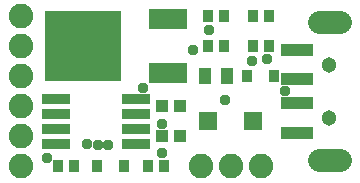
<source format=gbr>
G04 EAGLE Gerber RS-274X export*
G75*
%MOMM*%
%FSLAX34Y34*%
%LPD*%
%INSoldermask Top*%
%IPPOS*%
%AMOC8*
5,1,8,0,0,1.08239X$1,22.5*%
G01*
%ADD10R,0.903200X1.103200*%
%ADD11R,1.003200X1.403200*%
%ADD12R,0.833200X1.033200*%
%ADD13R,1.603200X1.603200*%
%ADD14R,2.413000X0.812800*%
%ADD15C,2.082800*%
%ADD16R,1.003200X1.003200*%
%ADD17R,6.403200X6.003200*%
%ADD18R,3.203200X1.803200*%
%ADD19R,2.703200X1.003200*%
%ADD20C,1.981200*%
%ADD21C,1.303200*%
%ADD22C,1.003200*%
%ADD23C,0.959600*%


D10*
X285600Y368300D03*
X298600Y368300D03*
D11*
X245000Y317500D03*
X263000Y317500D03*
D12*
X153600Y241300D03*
X176600Y241300D03*
X280600Y317500D03*
X303600Y317500D03*
D13*
X247700Y279400D03*
X285700Y279400D03*
D14*
X186182Y260350D03*
X186182Y273050D03*
X186182Y285750D03*
X186182Y298450D03*
X118872Y298450D03*
X118872Y285750D03*
X118872Y273050D03*
X118872Y260350D03*
D15*
X241300Y241300D03*
X266700Y241300D03*
X292100Y241300D03*
X88900Y368300D03*
X88900Y342900D03*
X88900Y317500D03*
X88900Y292100D03*
X88900Y266700D03*
X88900Y241300D03*
D16*
X208400Y292100D03*
X223400Y292100D03*
X208400Y266700D03*
X223400Y266700D03*
D10*
X247500Y342900D03*
X260500Y342900D03*
X120500Y241300D03*
X133500Y241300D03*
X247500Y368300D03*
X260500Y368300D03*
X285600Y342900D03*
X298600Y342900D03*
X196700Y241300D03*
X209700Y241300D03*
D17*
X141300Y342900D03*
D18*
X213100Y320100D03*
X213100Y365700D03*
D19*
X322300Y294530D03*
X322300Y315070D03*
X322300Y269292D03*
X322300Y339800D03*
D20*
X341610Y246300D02*
X359390Y246300D01*
X359390Y363300D02*
X341610Y363300D01*
D21*
X349800Y282300D03*
X349800Y327300D03*
D22*
X346500Y363300D03*
X342500Y363300D03*
X354500Y363300D03*
X358500Y363300D03*
X346500Y246300D03*
X342500Y246300D03*
X354500Y246300D03*
X358500Y246300D03*
D23*
X153924Y259080D03*
X234696Y339852D03*
X297180Y332232D03*
X312420Y304800D03*
X111252Y248412D03*
X208788Y252984D03*
X262128Y297180D03*
X144780Y260604D03*
X192024Y307848D03*
X248412Y356616D03*
X208788Y277368D03*
X284988Y330708D03*
X163068Y259080D03*
M02*

</source>
